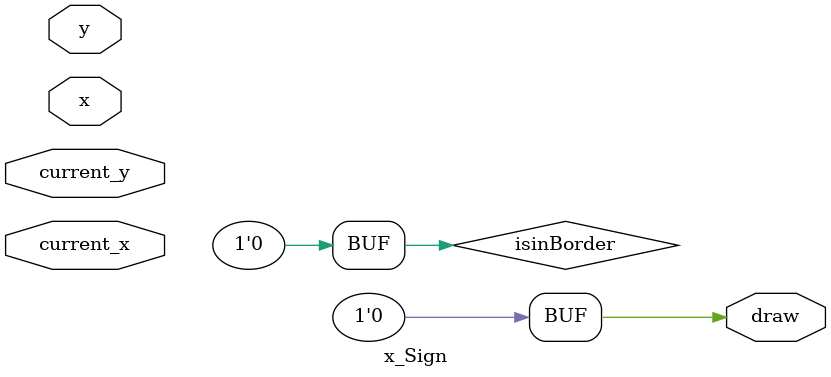
<source format=v>
`timescale 1ns / 1ps

module x_Sign(
    input [15:0]current_x,current_y,x,y,
    output draw
    );
    wire isinBorder = 0;
    localparam thickness = 5;
    createSquare border (current_x,current_y,x + 40,y + 40, 57,57,isinBorder);
    assign draw = isinBorder;
endmodule

</source>
